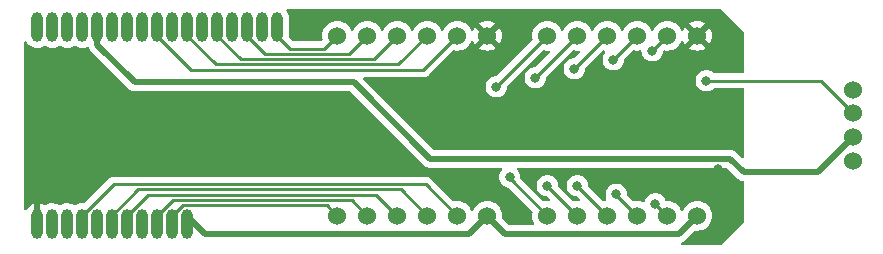
<source format=gbr>
%TF.GenerationSoftware,KiCad,Pcbnew,8.0.3*%
%TF.CreationDate,2024-07-01T08:25:33+09:00*%
%TF.ProjectId,Unit-HDPL-1414,556e6974-2d48-4445-904c-2d313431342e,rev?*%
%TF.SameCoordinates,Original*%
%TF.FileFunction,Copper,L1,Top*%
%TF.FilePolarity,Positive*%
%FSLAX46Y46*%
G04 Gerber Fmt 4.6, Leading zero omitted, Abs format (unit mm)*
G04 Created by KiCad (PCBNEW 8.0.3) date 2024-07-01 08:25:33*
%MOMM*%
%LPD*%
G01*
G04 APERTURE LIST*
G04 Aperture macros list*
%AMRoundRect*
0 Rectangle with rounded corners*
0 $1 Rounding radius*
0 $2 $3 $4 $5 $6 $7 $8 $9 X,Y pos of 4 corners*
0 Add a 4 corners polygon primitive as box body*
4,1,4,$2,$3,$4,$5,$6,$7,$8,$9,$2,$3,0*
0 Add four circle primitives for the rounded corners*
1,1,$1+$1,$2,$3*
1,1,$1+$1,$4,$5*
1,1,$1+$1,$6,$7*
1,1,$1+$1,$8,$9*
0 Add four rect primitives between the rounded corners*
20,1,$1+$1,$2,$3,$4,$5,0*
20,1,$1+$1,$4,$5,$6,$7,0*
20,1,$1+$1,$6,$7,$8,$9,0*
20,1,$1+$1,$8,$9,$2,$3,0*%
G04 Aperture macros list end*
%TA.AperFunction,ComponentPad*%
%ADD10RoundRect,0.500000X-0.008000X0.750000X-0.008000X-0.750000X0.008000X-0.750000X0.008000X0.750000X0*%
%TD*%
%TA.AperFunction,ComponentPad*%
%ADD11RoundRect,0.500000X0.008000X-0.750000X0.008000X0.750000X-0.008000X0.750000X-0.008000X-0.750000X0*%
%TD*%
%TA.AperFunction,ComponentPad*%
%ADD12C,1.524000*%
%TD*%
%TA.AperFunction,ViaPad*%
%ADD13C,0.800000*%
%TD*%
%TA.AperFunction,Conductor*%
%ADD14C,0.500000*%
%TD*%
%TA.AperFunction,Conductor*%
%ADD15C,0.550000*%
%TD*%
%TA.AperFunction,Conductor*%
%ADD16C,0.250000*%
%TD*%
G04 APERTURE END LIST*
D10*
%TO.P,U1,1,G1*%
%TO.N,Net-(U1-G1)*%
X91440000Y-80580000D03*
%TO.P,U1,2,G2*%
%TO.N,unconnected-(U1-G2-Pad2)*%
X90170000Y-80580000D03*
%TO.P,U1,3,G3*%
%TO.N,Net-(U1-G3)*%
X88900000Y-80580000D03*
%TO.P,U1,4,G4*%
%TO.N,unconnected-(U1-G4-Pad4)*%
X87630000Y-80580000D03*
%TO.P,U1,5,G5*%
%TO.N,Net-(U1-G5)*%
X86360000Y-80580000D03*
%TO.P,U1,6,G6*%
%TO.N,unconnected-(U1-G6-Pad6)*%
X85090000Y-80580000D03*
%TO.P,U1,7,G7*%
%TO.N,Net-(U1-G7)*%
X83820000Y-80580000D03*
%TO.P,U1,8,G8*%
%TO.N,unconnected-(U1-G8-Pad8)*%
X82550000Y-80580000D03*
%TO.P,U1,9,G9*%
%TO.N,Net-(U1-G9)*%
X81280000Y-80580000D03*
%TO.P,U1,10,G10*%
%TO.N,unconnected-(U1-G10-Pad10)*%
X80010000Y-80580000D03*
%TO.P,U1,11,GND*%
%TO.N,unconnected-(U1-GND-Pad11)*%
X78740000Y-80580000D03*
%TO.P,U1,12,G11*%
%TO.N,unconnected-(U1-G11-Pad12)*%
X77470000Y-80580000D03*
%TO.P,U1,13,5V*%
%TO.N,+5V*%
X76200000Y-80580000D03*
%TO.P,U1,14,G12*%
%TO.N,unconnected-(U1-G12-Pad14)*%
X74930000Y-80580000D03*
%TO.P,U1,15,G13/SDA*%
%TO.N,Net-(J1-Pin_3)*%
X73660000Y-80580000D03*
%TO.P,U1,16,G14*%
%TO.N,unconnected-(U1-G14-Pad16)*%
X72390000Y-80580000D03*
%TO.P,U1,17,G15/SCL*%
%TO.N,Net-(J1-Pin_4)*%
X71120000Y-80580000D03*
D11*
%TO.P,U1,18,GND*%
%TO.N,GND*%
X71120000Y-97220000D03*
%TO.P,U1,19,G39*%
%TO.N,unconnected-(U1-G39-Pad19)*%
X72390000Y-97220000D03*
%TO.P,U1,20,G0*%
%TO.N,unconnected-(U1-G0-Pad20)*%
X73660000Y-97220000D03*
%TO.P,U1,21,G40*%
%TO.N,Net-(U1-G40)*%
X74930000Y-97220000D03*
%TO.P,U1,22,EN*%
%TO.N,unconnected-(U1-EN-Pad22)*%
X76200000Y-97220000D03*
%TO.P,U1,23,G41*%
%TO.N,Net-(U1-G41)*%
X77470000Y-97220000D03*
%TO.P,U1,24,G44*%
%TO.N,Net-(U1-G44)*%
X78740000Y-97220000D03*
%TO.P,U1,25,G42*%
%TO.N,Net-(U1-G42)*%
X80010000Y-97220000D03*
%TO.P,U1,26,G43*%
%TO.N,Net-(U1-G43)*%
X81280000Y-97220000D03*
%TO.P,U1,27,G46*%
%TO.N,Net-(U1-G46)*%
X82550000Y-97220000D03*
%TO.P,U1,28,3V3*%
%TO.N,+3.3V*%
X83820000Y-97220000D03*
%TD*%
D12*
%TO.P,J1,1,Pin_1*%
%TO.N,GND*%
X140208000Y-91852000D03*
%TO.P,J1,2,Pin_2*%
%TO.N,+5V*%
X140208000Y-89852000D03*
%TO.P,J1,3,Pin_3*%
%TO.N,Net-(J1-Pin_3)*%
X140208000Y-87852000D03*
%TO.P,J1,4,Pin_4*%
%TO.N,Net-(J1-Pin_4)*%
X140208000Y-85852000D03*
%TD*%
%TO.P,U2,1,D5*%
%TO.N,Net-(U1-G46)*%
X96520000Y-96520000D03*
%TO.P,U2,2,D4*%
%TO.N,Net-(U1-G43)*%
X99060000Y-96520000D03*
%TO.P,U2,3,WR*%
%TO.N,Net-(U1-G44)*%
X101600000Y-96520000D03*
%TO.P,U2,4,A1*%
%TO.N,Net-(U1-G41)*%
X104140000Y-96520000D03*
%TO.P,U2,5,A0*%
%TO.N,Net-(U1-G40)*%
X106680000Y-96520000D03*
%TO.P,U2,6,VDD*%
%TO.N,+3.3V*%
X109220000Y-96520000D03*
%TO.P,U2,7,GND*%
%TO.N,GND*%
X109220000Y-81280000D03*
%TO.P,U2,8,D0*%
%TO.N,Net-(U1-G9)*%
X106680000Y-81280000D03*
%TO.P,U2,9,D1*%
%TO.N,Net-(U1-G7)*%
X104140000Y-81280000D03*
%TO.P,U2,10,D2*%
%TO.N,Net-(U1-G5)*%
X101600000Y-81280000D03*
%TO.P,U2,11,D3*%
%TO.N,Net-(U1-G3)*%
X99060000Y-81280000D03*
%TO.P,U2,12,D6*%
%TO.N,Net-(U1-G1)*%
X96520000Y-81280000D03*
%TD*%
%TO.P,U3,1,D5*%
%TO.N,Net-(U1-G46)*%
X114300000Y-96520000D03*
%TO.P,U3,2,D4*%
%TO.N,Net-(U1-G43)*%
X116840000Y-96520000D03*
%TO.P,U3,3,WR*%
%TO.N,Net-(U1-G42)*%
X119380000Y-96520000D03*
%TO.P,U3,4,A1*%
%TO.N,Net-(U1-G41)*%
X121920000Y-96520000D03*
%TO.P,U3,5,A0*%
%TO.N,Net-(U1-G40)*%
X124460000Y-96520000D03*
%TO.P,U3,6,VDD*%
%TO.N,+3.3V*%
X127000000Y-96520000D03*
%TO.P,U3,7,GND*%
%TO.N,GND*%
X127000000Y-81280000D03*
%TO.P,U3,8,D0*%
%TO.N,Net-(U1-G9)*%
X124460000Y-81280000D03*
%TO.P,U3,9,D1*%
%TO.N,Net-(U1-G7)*%
X121920000Y-81280000D03*
%TO.P,U3,10,D2*%
%TO.N,Net-(U1-G5)*%
X119380000Y-81280000D03*
%TO.P,U3,11,D3*%
%TO.N,Net-(U1-G3)*%
X116840000Y-81280000D03*
%TO.P,U3,12,D6*%
%TO.N,Net-(U1-G1)*%
X114300000Y-81280000D03*
%TD*%
D13*
%TO.N,Net-(J1-Pin_3)*%
X127762000Y-85090000D03*
%TO.N,GND*%
X83820000Y-88900000D03*
X88900000Y-88900000D03*
X78740000Y-88900000D03*
X93980000Y-80010000D03*
X99060000Y-88900000D03*
X129540000Y-88900000D03*
X114300000Y-88900000D03*
X73660000Y-88900000D03*
X109220000Y-88900000D03*
X129540000Y-82550000D03*
X76200000Y-91440000D03*
X102870000Y-80010000D03*
X93980000Y-88900000D03*
X124460000Y-88900000D03*
X111760000Y-80010000D03*
X128787797Y-92592797D03*
X119380000Y-88900000D03*
X81280000Y-91440000D03*
X128270000Y-80010000D03*
X104140000Y-88900000D03*
X120650000Y-80010000D03*
%TO.N,Net-(U1-G9)*%
X123190000Y-82550000D03*
%TO.N,Net-(U1-G41)*%
X120142000Y-94708000D03*
%TO.N,Net-(U1-G3)*%
X113284000Y-84836000D03*
%TO.N,Net-(U1-G1)*%
X109982000Y-85598000D03*
%TO.N,Net-(U1-G5)*%
X116586000Y-84074000D03*
%TO.N,Net-(U1-G46)*%
X111125000Y-93255000D03*
%TO.N,Net-(U1-G42)*%
X116840000Y-93980000D03*
%TO.N,Net-(U1-G43)*%
X114300000Y-93980000D03*
%TO.N,Net-(U1-G40)*%
X123444000Y-95504000D03*
%TO.N,Net-(U1-G7)*%
X119888000Y-83312000D03*
%TD*%
D14*
%TO.N,+5V*%
X76200000Y-82042000D02*
X79375000Y-85217000D01*
X104394000Y-91694000D02*
X97917000Y-85217000D01*
D15*
X80137000Y-85217000D02*
X97917000Y-85217000D01*
D14*
X79375000Y-85217000D02*
X80137000Y-85217000D01*
D16*
X76200000Y-79827000D02*
X76200000Y-81280000D01*
D14*
X140208000Y-89852000D02*
X137223000Y-92837000D01*
X76200000Y-81280000D02*
X76200000Y-82042000D01*
X129794000Y-91694000D02*
X104394000Y-91694000D01*
X137223000Y-92837000D02*
X130937000Y-92837000D01*
X130937000Y-92837000D02*
X129794000Y-91694000D01*
D16*
%TO.N,Net-(J1-Pin_3)*%
X127762000Y-85090000D02*
X137446000Y-85090000D01*
X137446000Y-85090000D02*
X140208000Y-87852000D01*
%TO.N,Net-(U1-G9)*%
X103793000Y-84167000D02*
X84167000Y-84167000D01*
X106680000Y-81280000D02*
X103793000Y-84167000D01*
X84167000Y-84167000D02*
X81280000Y-81280000D01*
X124460000Y-81280000D02*
X123190000Y-82550000D01*
%TO.N,Net-(U1-G41)*%
X120142000Y-94708000D02*
X120142000Y-94742000D01*
X121920000Y-96520000D02*
X120142000Y-94742000D01*
X79695000Y-94295000D02*
X77470000Y-96520000D01*
X101915000Y-94295000D02*
X79695000Y-94295000D01*
X104140000Y-96520000D02*
X101915000Y-94295000D01*
%TO.N,Net-(U1-G3)*%
X99060000Y-81280000D02*
X97523000Y-82817000D01*
X97523000Y-82817000D02*
X90437000Y-82817000D01*
X90437000Y-82817000D02*
X88900000Y-81280000D01*
X116840000Y-81280000D02*
X113284000Y-84836000D01*
%TO.N,Net-(U1-G1)*%
X92527000Y-82367000D02*
X91440000Y-81280000D01*
X96520000Y-81280000D02*
X95433000Y-82367000D01*
X114300000Y-81280000D02*
X109982000Y-85598000D01*
X95433000Y-82367000D02*
X92527000Y-82367000D01*
%TO.N,Net-(U1-G5)*%
X119380000Y-81280000D02*
X116967000Y-83693000D01*
X116967000Y-83693000D02*
X116586000Y-84074000D01*
X101600000Y-81280000D02*
X99613000Y-83267000D01*
X99613000Y-83267000D02*
X88347000Y-83267000D01*
X88347000Y-83267000D02*
X86360000Y-81280000D01*
%TO.N,Net-(U1-G46)*%
X111125000Y-93345000D02*
X111125000Y-93255000D01*
X95645000Y-95645000D02*
X83425000Y-95645000D01*
X114300000Y-96520000D02*
X111125000Y-93345000D01*
X83425000Y-95645000D02*
X82550000Y-96520000D01*
X96520000Y-96520000D02*
X95645000Y-95645000D01*
%TO.N,Net-(U1-G42)*%
X80010000Y-96520000D02*
X80010000Y-97881998D01*
X119380000Y-96520000D02*
X116840000Y-93980000D01*
%TO.N,Net-(U1-G43)*%
X116840000Y-96520000D02*
X114300000Y-93980000D01*
X97735000Y-95195000D02*
X82605000Y-95195000D01*
X82605000Y-95195000D02*
X81280000Y-96520000D01*
X99060000Y-96520000D02*
X97735000Y-95195000D01*
%TO.N,Net-(U1-G40)*%
X104005000Y-93845000D02*
X77605000Y-93845000D01*
X124460000Y-96520000D02*
X123444000Y-95504000D01*
X106680000Y-96520000D02*
X104005000Y-93845000D01*
X77605000Y-93845000D02*
X74930000Y-96520000D01*
%TO.N,Net-(U1-G44)*%
X101600000Y-96520000D02*
X99825000Y-94745000D01*
X80515000Y-94745000D02*
X78740000Y-96520000D01*
X99825000Y-94745000D02*
X80515000Y-94745000D01*
%TO.N,Net-(U1-G7)*%
X101703000Y-83717000D02*
X86257000Y-83717000D01*
X104140000Y-81280000D02*
X101703000Y-83717000D01*
X121920000Y-81280000D02*
X119888000Y-83312000D01*
X86257000Y-83717000D02*
X83820000Y-81280000D01*
D14*
%TO.N,+3.3V*%
X85344000Y-98044000D02*
X107696000Y-98044000D01*
X109220000Y-96520000D02*
X110744000Y-98044000D01*
X110744000Y-98044000D02*
X125476000Y-98044000D01*
X125476000Y-98044000D02*
X127000000Y-96520000D01*
X107696000Y-98044000D02*
X109220000Y-96520000D01*
X83820000Y-96520000D02*
X85344000Y-98044000D01*
%TD*%
%TA.AperFunction,Conductor*%
%TO.N,GND*%
G36*
X129498809Y-92464185D02*
G01*
X129519451Y-92480819D01*
X129949551Y-92910918D01*
X130354049Y-93315416D01*
X130435780Y-93397147D01*
X130458585Y-93419952D01*
X130581498Y-93502080D01*
X130581511Y-93502087D01*
X130718082Y-93558656D01*
X130718087Y-93558658D01*
X130718091Y-93558658D01*
X130718092Y-93558659D01*
X130863079Y-93587500D01*
X130876000Y-93587500D01*
X130943039Y-93607185D01*
X130988794Y-93659989D01*
X131000000Y-93711500D01*
X131000000Y-96948638D01*
X130980315Y-97015677D01*
X130963681Y-97036319D01*
X129036319Y-98963681D01*
X128974996Y-98997166D01*
X128948638Y-99000000D01*
X125752551Y-99000000D01*
X125685512Y-98980315D01*
X125639757Y-98927511D01*
X125629813Y-98858353D01*
X125658838Y-98794797D01*
X125705099Y-98761439D01*
X125831490Y-98709086D01*
X125831489Y-98709086D01*
X125831495Y-98709084D01*
X125880729Y-98676186D01*
X125954416Y-98626952D01*
X126769728Y-97811638D01*
X126831049Y-97778155D01*
X126868211Y-97775793D01*
X126978802Y-97785468D01*
X126999999Y-97787323D01*
X127000000Y-97787323D01*
X127000002Y-97787323D01*
X127055017Y-97782509D01*
X127220068Y-97768070D01*
X127433450Y-97710894D01*
X127633662Y-97617534D01*
X127814620Y-97490826D01*
X127970826Y-97334620D01*
X128097534Y-97153662D01*
X128190894Y-96953450D01*
X128248070Y-96740068D01*
X128267323Y-96520000D01*
X128248070Y-96299932D01*
X128190894Y-96086550D01*
X128097534Y-95886339D01*
X127970826Y-95705380D01*
X127814620Y-95549174D01*
X127814616Y-95549171D01*
X127814615Y-95549170D01*
X127633666Y-95422468D01*
X127633662Y-95422466D01*
X127624824Y-95418345D01*
X127433450Y-95329106D01*
X127433447Y-95329105D01*
X127433445Y-95329104D01*
X127220070Y-95271930D01*
X127220062Y-95271929D01*
X127000002Y-95252677D01*
X126999998Y-95252677D01*
X126779937Y-95271929D01*
X126779929Y-95271930D01*
X126566554Y-95329104D01*
X126566548Y-95329107D01*
X126366340Y-95422465D01*
X126366338Y-95422466D01*
X126185377Y-95549175D01*
X126029175Y-95705377D01*
X125902466Y-95886338D01*
X125902465Y-95886340D01*
X125842382Y-96015189D01*
X125796209Y-96067628D01*
X125729016Y-96086780D01*
X125662135Y-96066564D01*
X125617618Y-96015189D01*
X125571770Y-95916868D01*
X125557534Y-95886339D01*
X125430826Y-95705380D01*
X125274620Y-95549174D01*
X125274616Y-95549171D01*
X125274615Y-95549170D01*
X125093666Y-95422468D01*
X125093662Y-95422466D01*
X125084824Y-95418345D01*
X124893450Y-95329106D01*
X124893447Y-95329105D01*
X124893445Y-95329104D01*
X124680070Y-95271930D01*
X124680062Y-95271929D01*
X124460002Y-95252677D01*
X124459997Y-95252677D01*
X124411607Y-95256910D01*
X124343107Y-95243143D01*
X124292925Y-95194527D01*
X124282873Y-95171708D01*
X124271179Y-95135716D01*
X124271178Y-95135714D01*
X124271177Y-95135711D01*
X124176534Y-94971785D01*
X124049870Y-94831111D01*
X123896734Y-94719851D01*
X123896729Y-94719848D01*
X123723807Y-94642857D01*
X123723802Y-94642855D01*
X123578001Y-94611865D01*
X123538646Y-94603500D01*
X123349354Y-94603500D01*
X123316897Y-94610398D01*
X123164197Y-94642855D01*
X123164192Y-94642857D01*
X122991270Y-94719848D01*
X122991265Y-94719851D01*
X122838129Y-94831111D01*
X122711466Y-94971785D01*
X122616821Y-95135715D01*
X122616818Y-95135722D01*
X122570909Y-95277016D01*
X122531471Y-95334692D01*
X122467113Y-95361890D01*
X122400573Y-95351080D01*
X122353450Y-95329106D01*
X122353447Y-95329105D01*
X122353445Y-95329104D01*
X122140070Y-95271930D01*
X122140062Y-95271929D01*
X121920002Y-95252677D01*
X121919998Y-95252677D01*
X121773360Y-95265506D01*
X121699932Y-95271930D01*
X121699930Y-95271930D01*
X121699926Y-95271931D01*
X121655977Y-95283707D01*
X121586127Y-95282044D01*
X121536204Y-95251613D01*
X121083779Y-94799188D01*
X121050294Y-94737865D01*
X121047460Y-94711507D01*
X121047460Y-94708002D01*
X121044746Y-94682181D01*
X121027674Y-94519744D01*
X120969179Y-94339716D01*
X120874533Y-94175784D01*
X120747871Y-94035112D01*
X120747870Y-94035111D01*
X120594734Y-93923851D01*
X120594729Y-93923848D01*
X120421807Y-93846857D01*
X120421802Y-93846855D01*
X120276001Y-93815865D01*
X120236646Y-93807500D01*
X120047354Y-93807500D01*
X120014897Y-93814398D01*
X119862197Y-93846855D01*
X119862192Y-93846857D01*
X119689270Y-93923848D01*
X119689265Y-93923851D01*
X119536129Y-94035111D01*
X119409466Y-94175785D01*
X119314821Y-94339715D01*
X119314818Y-94339722D01*
X119258772Y-94512216D01*
X119256326Y-94519744D01*
X119236540Y-94708000D01*
X119256326Y-94896256D01*
X119256327Y-94896259D01*
X119314818Y-95076277D01*
X119314820Y-95076282D01*
X119314821Y-95076284D01*
X119317579Y-95081061D01*
X119334050Y-95148961D01*
X119311198Y-95214987D01*
X119256276Y-95258177D01*
X119220999Y-95266587D01*
X119159932Y-95271930D01*
X119159926Y-95271931D01*
X119115977Y-95283707D01*
X119046127Y-95282044D01*
X118996204Y-95251613D01*
X117778960Y-94034369D01*
X117745475Y-93973046D01*
X117743323Y-93959668D01*
X117725674Y-93791744D01*
X117667179Y-93611716D01*
X117572533Y-93447784D01*
X117445871Y-93307112D01*
X117423267Y-93290689D01*
X117292734Y-93195851D01*
X117292729Y-93195848D01*
X117119807Y-93118857D01*
X117119802Y-93118855D01*
X116974001Y-93087865D01*
X116934646Y-93079500D01*
X116745354Y-93079500D01*
X116712897Y-93086398D01*
X116560197Y-93118855D01*
X116560192Y-93118857D01*
X116387270Y-93195848D01*
X116387265Y-93195851D01*
X116234129Y-93307111D01*
X116107466Y-93447785D01*
X116012821Y-93611715D01*
X116012818Y-93611722D01*
X115955798Y-93787214D01*
X115954326Y-93791744D01*
X115934540Y-93980000D01*
X115954326Y-94168256D01*
X115954327Y-94168259D01*
X116012818Y-94348277D01*
X116012821Y-94348284D01*
X116107467Y-94512216D01*
X116142538Y-94551166D01*
X116234129Y-94652888D01*
X116387265Y-94764148D01*
X116387270Y-94764151D01*
X116560192Y-94841142D01*
X116560197Y-94841144D01*
X116745354Y-94880500D01*
X116804548Y-94880500D01*
X116871587Y-94900185D01*
X116892229Y-94916819D01*
X117024393Y-95048983D01*
X117057878Y-95110306D01*
X117052894Y-95179998D01*
X117011022Y-95235931D01*
X116945558Y-95260348D01*
X116925905Y-95260192D01*
X116840002Y-95252677D01*
X116839998Y-95252677D01*
X116693360Y-95265506D01*
X116619932Y-95271930D01*
X116619930Y-95271930D01*
X116619926Y-95271931D01*
X116575977Y-95283707D01*
X116506127Y-95282044D01*
X116456204Y-95251613D01*
X115238960Y-94034369D01*
X115205475Y-93973046D01*
X115203323Y-93959668D01*
X115185674Y-93791744D01*
X115127179Y-93611716D01*
X115032533Y-93447784D01*
X114905871Y-93307112D01*
X114883267Y-93290689D01*
X114752734Y-93195851D01*
X114752729Y-93195848D01*
X114579807Y-93118857D01*
X114579802Y-93118855D01*
X114434001Y-93087865D01*
X114394646Y-93079500D01*
X114205354Y-93079500D01*
X114172897Y-93086398D01*
X114020197Y-93118855D01*
X114020192Y-93118857D01*
X113847270Y-93195848D01*
X113847265Y-93195851D01*
X113694129Y-93307111D01*
X113567466Y-93447785D01*
X113472821Y-93611715D01*
X113472818Y-93611722D01*
X113415798Y-93787214D01*
X113414326Y-93791744D01*
X113394540Y-93980000D01*
X113414326Y-94168256D01*
X113414327Y-94168259D01*
X113472818Y-94348277D01*
X113472821Y-94348284D01*
X113567467Y-94512216D01*
X113602538Y-94551166D01*
X113694129Y-94652888D01*
X113847265Y-94764148D01*
X113847270Y-94764151D01*
X114020192Y-94841142D01*
X114020197Y-94841144D01*
X114205354Y-94880500D01*
X114264548Y-94880500D01*
X114331587Y-94900185D01*
X114352229Y-94916819D01*
X114484393Y-95048983D01*
X114517878Y-95110306D01*
X114512894Y-95179998D01*
X114471022Y-95235931D01*
X114405558Y-95260348D01*
X114385905Y-95260192D01*
X114300002Y-95252677D01*
X114299998Y-95252677D01*
X114153360Y-95265506D01*
X114079932Y-95271930D01*
X114079930Y-95271930D01*
X114079926Y-95271931D01*
X114035976Y-95283707D01*
X113966126Y-95282043D01*
X113916203Y-95251613D01*
X112061737Y-93397147D01*
X112028252Y-93335824D01*
X112026097Y-93296507D01*
X112030460Y-93255000D01*
X112010674Y-93066744D01*
X111952179Y-92886716D01*
X111857533Y-92722784D01*
X111793322Y-92651471D01*
X111763093Y-92588481D01*
X111771718Y-92519146D01*
X111816459Y-92465480D01*
X111883112Y-92444522D01*
X111885473Y-92444500D01*
X129431770Y-92444500D01*
X129498809Y-92464185D01*
G37*
%TD.AperFunction*%
%TA.AperFunction,Conductor*%
G36*
X71370000Y-97346000D02*
G01*
X71350315Y-97413039D01*
X71297511Y-97458794D01*
X71246000Y-97470000D01*
X70994000Y-97470000D01*
X70926961Y-97450315D01*
X70881206Y-97397511D01*
X70870000Y-97346000D01*
X70870000Y-96808816D01*
X70886060Y-96824876D01*
X70972939Y-96875036D01*
X71069840Y-96901000D01*
X71170160Y-96901000D01*
X71267061Y-96875036D01*
X71353940Y-96824876D01*
X71370000Y-96808816D01*
X71370000Y-97346000D01*
G37*
%TD.AperFunction*%
%TA.AperFunction,Conductor*%
G36*
X70205203Y-81773604D02*
G01*
X70233907Y-81809903D01*
X70263897Y-81867317D01*
X70272302Y-81883407D01*
X70400890Y-82041109D01*
X70466511Y-82094615D01*
X70558593Y-82169698D01*
X70738951Y-82263909D01*
X70934582Y-82319886D01*
X71053963Y-82330500D01*
X71186036Y-82330499D01*
X71305418Y-82319886D01*
X71501049Y-82263909D01*
X71681407Y-82169698D01*
X71681411Y-82169694D01*
X71686661Y-82166236D01*
X71688303Y-82168728D01*
X71740765Y-82146508D01*
X71809621Y-82158366D01*
X71822900Y-82166900D01*
X71823339Y-82166236D01*
X71828590Y-82169696D01*
X71828591Y-82169696D01*
X71828593Y-82169698D01*
X72008951Y-82263909D01*
X72204582Y-82319886D01*
X72323963Y-82330500D01*
X72456036Y-82330499D01*
X72575418Y-82319886D01*
X72771049Y-82263909D01*
X72951407Y-82169698D01*
X72951411Y-82169694D01*
X72956661Y-82166236D01*
X72958303Y-82168728D01*
X73010765Y-82146508D01*
X73079621Y-82158366D01*
X73092900Y-82166900D01*
X73093339Y-82166236D01*
X73098590Y-82169696D01*
X73098591Y-82169696D01*
X73098593Y-82169698D01*
X73278951Y-82263909D01*
X73474582Y-82319886D01*
X73593963Y-82330500D01*
X73726036Y-82330499D01*
X73845418Y-82319886D01*
X74041049Y-82263909D01*
X74221407Y-82169698D01*
X74221411Y-82169694D01*
X74226661Y-82166236D01*
X74228303Y-82168728D01*
X74280765Y-82146508D01*
X74349621Y-82158366D01*
X74362900Y-82166900D01*
X74363339Y-82166236D01*
X74368590Y-82169696D01*
X74368591Y-82169696D01*
X74368593Y-82169698D01*
X74548951Y-82263909D01*
X74744582Y-82319886D01*
X74863963Y-82330500D01*
X74996036Y-82330499D01*
X75115418Y-82319886D01*
X75311049Y-82263909D01*
X75329490Y-82254275D01*
X75398020Y-82240684D01*
X75463024Y-82266300D01*
X75501462Y-82316731D01*
X75534915Y-82397494D01*
X75567812Y-82446727D01*
X75567813Y-82446730D01*
X75617046Y-82520414D01*
X75617052Y-82520421D01*
X78896584Y-85799952D01*
X78896586Y-85799954D01*
X78926058Y-85819645D01*
X78970270Y-85849186D01*
X79019505Y-85882084D01*
X79019506Y-85882084D01*
X79019507Y-85882085D01*
X79019509Y-85882086D01*
X79156082Y-85938656D01*
X79156087Y-85938658D01*
X79156091Y-85938658D01*
X79156092Y-85938659D01*
X79301079Y-85967500D01*
X79301082Y-85967500D01*
X79301083Y-85967500D01*
X79448917Y-85967500D01*
X79922725Y-85967500D01*
X79946915Y-85969882D01*
X80060618Y-85992499D01*
X80060619Y-85992500D01*
X80060620Y-85992500D01*
X97579770Y-85992500D01*
X97646809Y-86012185D01*
X97667451Y-86028819D01*
X103811049Y-92172416D01*
X103892682Y-92254049D01*
X103915585Y-92276952D01*
X104038498Y-92359080D01*
X104038511Y-92359087D01*
X104175082Y-92415656D01*
X104175087Y-92415658D01*
X104175091Y-92415658D01*
X104175092Y-92415659D01*
X104320079Y-92444500D01*
X104320082Y-92444500D01*
X110364527Y-92444500D01*
X110431566Y-92464185D01*
X110477321Y-92516989D01*
X110487265Y-92586147D01*
X110458240Y-92649703D01*
X110456677Y-92651472D01*
X110392466Y-92722785D01*
X110297821Y-92886715D01*
X110297818Y-92886722D01*
X110242845Y-93055913D01*
X110239326Y-93066744D01*
X110219540Y-93255000D01*
X110239326Y-93443256D01*
X110239327Y-93443259D01*
X110297818Y-93623277D01*
X110297821Y-93623284D01*
X110392467Y-93787216D01*
X110515491Y-93923848D01*
X110519129Y-93927888D01*
X110672265Y-94039148D01*
X110672270Y-94039151D01*
X110845192Y-94116142D01*
X110845193Y-94116142D01*
X110845197Y-94116144D01*
X111020530Y-94153412D01*
X111082011Y-94186603D01*
X111082430Y-94187020D01*
X113031613Y-96136203D01*
X113065098Y-96197526D01*
X113063707Y-96255976D01*
X113051931Y-96299926D01*
X113051930Y-96299933D01*
X113032677Y-96519997D01*
X113032677Y-96520002D01*
X113051929Y-96740062D01*
X113051930Y-96740070D01*
X113109104Y-96953445D01*
X113109105Y-96953447D01*
X113109106Y-96953450D01*
X113185415Y-97117095D01*
X113195907Y-97186173D01*
X113167387Y-97249957D01*
X113108911Y-97288196D01*
X113073033Y-97293500D01*
X111106229Y-97293500D01*
X111039190Y-97273815D01*
X111018548Y-97257181D01*
X110511640Y-96750272D01*
X110478155Y-96688949D01*
X110475793Y-96651786D01*
X110487323Y-96520000D01*
X110468070Y-96299932D01*
X110410894Y-96086550D01*
X110317534Y-95886339D01*
X110190826Y-95705380D01*
X110034620Y-95549174D01*
X110034616Y-95549171D01*
X110034615Y-95549170D01*
X109853666Y-95422468D01*
X109853662Y-95422466D01*
X109844824Y-95418345D01*
X109653450Y-95329106D01*
X109653447Y-95329105D01*
X109653445Y-95329104D01*
X109440070Y-95271930D01*
X109440062Y-95271929D01*
X109220002Y-95252677D01*
X109219998Y-95252677D01*
X108999937Y-95271929D01*
X108999929Y-95271930D01*
X108786554Y-95329104D01*
X108786548Y-95329107D01*
X108586340Y-95422465D01*
X108586338Y-95422466D01*
X108405377Y-95549175D01*
X108249175Y-95705377D01*
X108122466Y-95886338D01*
X108122465Y-95886340D01*
X108062382Y-96015189D01*
X108016209Y-96067628D01*
X107949016Y-96086780D01*
X107882135Y-96066564D01*
X107837618Y-96015189D01*
X107791770Y-95916868D01*
X107777534Y-95886339D01*
X107650826Y-95705380D01*
X107494620Y-95549174D01*
X107494616Y-95549171D01*
X107494615Y-95549170D01*
X107313666Y-95422468D01*
X107313662Y-95422466D01*
X107304824Y-95418345D01*
X107113450Y-95329106D01*
X107113447Y-95329105D01*
X107113445Y-95329104D01*
X106900070Y-95271930D01*
X106900062Y-95271929D01*
X106680002Y-95252677D01*
X106679998Y-95252677D01*
X106533360Y-95265506D01*
X106459932Y-95271930D01*
X106459930Y-95271930D01*
X106459926Y-95271931D01*
X106415976Y-95283707D01*
X106346126Y-95282043D01*
X106296203Y-95251613D01*
X104495198Y-93450608D01*
X104495178Y-93450586D01*
X104403736Y-93359144D01*
X104403728Y-93359138D01*
X104325867Y-93307113D01*
X104325865Y-93307111D01*
X104325865Y-93307112D01*
X104301285Y-93290687D01*
X104258206Y-93272844D01*
X104215126Y-93255000D01*
X104215124Y-93254998D01*
X104187455Y-93243538D01*
X104187453Y-93243537D01*
X104187452Y-93243537D01*
X104127029Y-93231518D01*
X104066610Y-93219500D01*
X104066607Y-93219500D01*
X104066606Y-93219500D01*
X77666606Y-93219500D01*
X77543393Y-93219500D01*
X77543389Y-93219500D01*
X77482971Y-93231518D01*
X77439743Y-93240116D01*
X77422546Y-93243537D01*
X77308716Y-93290687D01*
X77308707Y-93290692D01*
X77206268Y-93359140D01*
X77168262Y-93397147D01*
X77119142Y-93446267D01*
X77119139Y-93446270D01*
X75128716Y-95436692D01*
X75067393Y-95470177D01*
X75030057Y-95472524D01*
X75003652Y-95470177D01*
X74996037Y-95469500D01*
X74996035Y-95469500D01*
X74863972Y-95469500D01*
X74863964Y-95469501D01*
X74744584Y-95480113D01*
X74548954Y-95536089D01*
X74368587Y-95630305D01*
X74363340Y-95633764D01*
X74361755Y-95631359D01*
X74308663Y-95653557D01*
X74239863Y-95641379D01*
X74227062Y-95633152D01*
X74226660Y-95633764D01*
X74221412Y-95630305D01*
X74221408Y-95630303D01*
X74221407Y-95630302D01*
X74041049Y-95536091D01*
X74041048Y-95536090D01*
X74041045Y-95536089D01*
X73923829Y-95502550D01*
X73845418Y-95480114D01*
X73845415Y-95480113D01*
X73845413Y-95480113D01*
X73779102Y-95474217D01*
X73726037Y-95469500D01*
X73726032Y-95469500D01*
X73593972Y-95469500D01*
X73593964Y-95469501D01*
X73474584Y-95480113D01*
X73278954Y-95536089D01*
X73098587Y-95630305D01*
X73093340Y-95633764D01*
X73091755Y-95631359D01*
X73038663Y-95653557D01*
X72969863Y-95641379D01*
X72957062Y-95633152D01*
X72956660Y-95633764D01*
X72951412Y-95630305D01*
X72951408Y-95630303D01*
X72951407Y-95630302D01*
X72771049Y-95536091D01*
X72771048Y-95536090D01*
X72771045Y-95536089D01*
X72653829Y-95502550D01*
X72575418Y-95480114D01*
X72575415Y-95480113D01*
X72575413Y-95480113D01*
X72509102Y-95474217D01*
X72456037Y-95469500D01*
X72456032Y-95469500D01*
X72323972Y-95469500D01*
X72323964Y-95469501D01*
X72204584Y-95480113D01*
X72008954Y-95536089D01*
X71828587Y-95630305D01*
X71823345Y-95633761D01*
X71821825Y-95631455D01*
X71768427Y-95653863D01*
X71699611Y-95641775D01*
X71686370Y-95634175D01*
X71681134Y-95630724D01*
X71500860Y-95536557D01*
X71370000Y-95499113D01*
X71370000Y-96231184D01*
X71353940Y-96215124D01*
X71267061Y-96164964D01*
X71170160Y-96139000D01*
X71069840Y-96139000D01*
X70972939Y-96164964D01*
X70886060Y-96215124D01*
X70870000Y-96231184D01*
X70870000Y-95499113D01*
X70739137Y-95536557D01*
X70558870Y-95630721D01*
X70401246Y-95759246D01*
X70272722Y-95916868D01*
X70233909Y-95991173D01*
X70185422Y-96041480D01*
X70117434Y-96057587D01*
X70051531Y-96034380D01*
X70008636Y-95979228D01*
X70000000Y-95933761D01*
X70000000Y-81867317D01*
X70019685Y-81800278D01*
X70072489Y-81754523D01*
X70141647Y-81744579D01*
X70205203Y-81773604D01*
G37*
%TD.AperFunction*%
%TA.AperFunction,Conductor*%
G36*
X129015677Y-79019685D02*
G01*
X129036319Y-79036319D01*
X130963681Y-80963681D01*
X130997166Y-81025004D01*
X131000000Y-81051362D01*
X131000000Y-84340500D01*
X130980315Y-84407539D01*
X130927511Y-84453294D01*
X130876000Y-84464500D01*
X128465748Y-84464500D01*
X128398709Y-84444815D01*
X128373600Y-84423474D01*
X128367873Y-84417114D01*
X128367869Y-84417110D01*
X128214734Y-84305851D01*
X128214729Y-84305848D01*
X128041807Y-84228857D01*
X128041802Y-84228855D01*
X127896001Y-84197865D01*
X127856646Y-84189500D01*
X127667354Y-84189500D01*
X127634897Y-84196398D01*
X127482197Y-84228855D01*
X127482192Y-84228857D01*
X127309270Y-84305848D01*
X127309265Y-84305851D01*
X127156129Y-84417111D01*
X127029466Y-84557785D01*
X126934821Y-84721715D01*
X126934818Y-84721722D01*
X126876327Y-84901740D01*
X126876326Y-84901744D01*
X126856540Y-85090000D01*
X126876326Y-85278256D01*
X126876327Y-85278259D01*
X126934818Y-85458277D01*
X126934821Y-85458284D01*
X127029467Y-85622216D01*
X127131185Y-85735185D01*
X127156129Y-85762888D01*
X127309265Y-85874148D01*
X127309270Y-85874151D01*
X127482192Y-85951142D01*
X127482197Y-85951144D01*
X127667354Y-85990500D01*
X127667355Y-85990500D01*
X127856644Y-85990500D01*
X127856646Y-85990500D01*
X128041803Y-85951144D01*
X128214730Y-85874151D01*
X128367871Y-85762888D01*
X128370788Y-85759647D01*
X128373600Y-85756526D01*
X128433087Y-85719879D01*
X128465748Y-85715500D01*
X130876000Y-85715500D01*
X130943039Y-85735185D01*
X130988794Y-85787989D01*
X131000000Y-85839500D01*
X131000000Y-91539269D01*
X130980315Y-91606308D01*
X130927511Y-91652063D01*
X130858353Y-91662007D01*
X130794797Y-91632982D01*
X130788319Y-91626950D01*
X130272421Y-91111052D01*
X130272414Y-91111046D01*
X130198729Y-91061812D01*
X130198729Y-91061813D01*
X130149491Y-91028913D01*
X130012917Y-90972343D01*
X130012907Y-90972340D01*
X129867920Y-90943500D01*
X129867918Y-90943500D01*
X104756229Y-90943500D01*
X104689190Y-90923815D01*
X104668548Y-90907181D01*
X99359368Y-85598000D01*
X109076540Y-85598000D01*
X109096326Y-85786256D01*
X109096327Y-85786259D01*
X109154818Y-85966277D01*
X109154821Y-85966284D01*
X109249467Y-86130216D01*
X109376129Y-86270888D01*
X109529265Y-86382148D01*
X109529270Y-86382151D01*
X109702192Y-86459142D01*
X109702197Y-86459144D01*
X109887354Y-86498500D01*
X109887355Y-86498500D01*
X110076644Y-86498500D01*
X110076646Y-86498500D01*
X110261803Y-86459144D01*
X110434730Y-86382151D01*
X110587871Y-86270888D01*
X110714533Y-86130216D01*
X110809179Y-85966284D01*
X110867674Y-85786256D01*
X110885321Y-85618345D01*
X110911905Y-85553732D01*
X110920952Y-85543636D01*
X113916204Y-82548384D01*
X113977525Y-82514901D01*
X114035976Y-82516292D01*
X114079932Y-82528070D01*
X114214090Y-82539807D01*
X114299998Y-82547323D01*
X114300000Y-82547323D01*
X114300001Y-82547323D01*
X114310345Y-82546417D01*
X114385905Y-82539807D01*
X114454403Y-82553573D01*
X114504586Y-82602188D01*
X114520520Y-82670217D01*
X114497145Y-82736061D01*
X114484392Y-82751016D01*
X113336229Y-83899181D01*
X113274906Y-83932666D01*
X113248548Y-83935500D01*
X113189354Y-83935500D01*
X113156897Y-83942398D01*
X113004197Y-83974855D01*
X113004192Y-83974857D01*
X112831270Y-84051848D01*
X112831265Y-84051851D01*
X112678129Y-84163111D01*
X112551466Y-84303785D01*
X112456821Y-84467715D01*
X112456818Y-84467722D01*
X112424973Y-84565733D01*
X112398326Y-84647744D01*
X112378540Y-84836000D01*
X112398326Y-85024256D01*
X112398327Y-85024259D01*
X112456818Y-85204277D01*
X112456821Y-85204284D01*
X112551467Y-85368216D01*
X112632559Y-85458277D01*
X112678129Y-85508888D01*
X112831265Y-85620148D01*
X112831270Y-85620151D01*
X113004192Y-85697142D01*
X113004197Y-85697144D01*
X113189354Y-85736500D01*
X113189355Y-85736500D01*
X113378644Y-85736500D01*
X113378646Y-85736500D01*
X113563803Y-85697144D01*
X113736730Y-85620151D01*
X113889871Y-85508888D01*
X114016533Y-85368216D01*
X114111179Y-85204284D01*
X114169674Y-85024256D01*
X114187321Y-84856345D01*
X114213905Y-84791732D01*
X114222952Y-84781636D01*
X116456205Y-82548384D01*
X116517526Y-82514901D01*
X116575976Y-82516291D01*
X116619932Y-82528070D01*
X116754090Y-82539807D01*
X116839998Y-82547323D01*
X116840000Y-82547323D01*
X116840001Y-82547323D01*
X116850345Y-82546417D01*
X116925905Y-82539807D01*
X116994403Y-82553573D01*
X117044586Y-82602188D01*
X117060520Y-82670217D01*
X117037145Y-82736061D01*
X117024392Y-82751016D01*
X116638229Y-83137181D01*
X116576906Y-83170666D01*
X116550548Y-83173500D01*
X116491354Y-83173500D01*
X116458897Y-83180398D01*
X116306197Y-83212855D01*
X116306192Y-83212857D01*
X116133270Y-83289848D01*
X116133265Y-83289851D01*
X115980129Y-83401111D01*
X115853466Y-83541785D01*
X115758821Y-83705715D01*
X115758818Y-83705722D01*
X115713820Y-83844214D01*
X115700326Y-83885744D01*
X115680540Y-84074000D01*
X115700326Y-84262256D01*
X115700327Y-84262259D01*
X115758818Y-84442277D01*
X115758821Y-84442284D01*
X115853467Y-84606216D01*
X115971095Y-84736855D01*
X115980129Y-84746888D01*
X116133265Y-84858148D01*
X116133270Y-84858151D01*
X116306192Y-84935142D01*
X116306197Y-84935144D01*
X116491354Y-84974500D01*
X116491355Y-84974500D01*
X116680644Y-84974500D01*
X116680646Y-84974500D01*
X116865803Y-84935144D01*
X117038730Y-84858151D01*
X117191871Y-84746888D01*
X117318533Y-84606216D01*
X117413179Y-84442284D01*
X117471674Y-84262256D01*
X117489321Y-84094345D01*
X117515905Y-84029732D01*
X117524952Y-84019636D01*
X118996205Y-82548384D01*
X119057526Y-82514901D01*
X119115976Y-82516291D01*
X119143473Y-82523659D01*
X119203132Y-82560024D01*
X119233661Y-82622871D01*
X119225366Y-82692247D01*
X119203529Y-82726405D01*
X119155466Y-82779785D01*
X119060821Y-82943715D01*
X119060818Y-82943722D01*
X119002327Y-83123740D01*
X119002326Y-83123744D01*
X118982540Y-83312000D01*
X119002326Y-83500256D01*
X119002327Y-83500259D01*
X119060818Y-83680277D01*
X119060821Y-83680284D01*
X119155467Y-83844216D01*
X119204958Y-83899181D01*
X119282129Y-83984888D01*
X119435265Y-84096148D01*
X119435270Y-84096151D01*
X119608192Y-84173142D01*
X119608197Y-84173144D01*
X119793354Y-84212500D01*
X119793355Y-84212500D01*
X119982644Y-84212500D01*
X119982646Y-84212500D01*
X120167803Y-84173144D01*
X120340730Y-84096151D01*
X120493871Y-83984888D01*
X120620533Y-83844216D01*
X120715179Y-83680284D01*
X120773674Y-83500256D01*
X120791321Y-83332345D01*
X120817905Y-83267732D01*
X120826952Y-83257636D01*
X121536204Y-82548384D01*
X121597525Y-82514901D01*
X121655976Y-82516292D01*
X121699932Y-82528070D01*
X121834090Y-82539807D01*
X121919998Y-82547323D01*
X121920000Y-82547323D01*
X121920002Y-82547323D01*
X121975017Y-82542509D01*
X122140068Y-82528070D01*
X122140079Y-82528066D01*
X122145402Y-82527129D01*
X122145693Y-82528780D01*
X122207938Y-82530254D01*
X122265806Y-82569410D01*
X122293317Y-82633635D01*
X122293511Y-82635359D01*
X122304326Y-82738256D01*
X122304327Y-82738259D01*
X122362818Y-82918277D01*
X122362821Y-82918284D01*
X122457467Y-83082216D01*
X122506958Y-83137181D01*
X122584129Y-83222888D01*
X122737265Y-83334148D01*
X122737270Y-83334151D01*
X122910192Y-83411142D01*
X122910197Y-83411144D01*
X123095354Y-83450500D01*
X123095355Y-83450500D01*
X123284644Y-83450500D01*
X123284646Y-83450500D01*
X123469803Y-83411144D01*
X123642730Y-83334151D01*
X123795871Y-83222888D01*
X123922533Y-83082216D01*
X124017179Y-82918284D01*
X124075674Y-82738256D01*
X124086483Y-82635405D01*
X124113066Y-82570796D01*
X124170363Y-82530810D01*
X124234379Y-82528371D01*
X124234598Y-82527129D01*
X124239922Y-82528067D01*
X124239932Y-82528070D01*
X124374090Y-82539807D01*
X124459998Y-82547323D01*
X124460000Y-82547323D01*
X124460002Y-82547323D01*
X124515017Y-82542509D01*
X124680068Y-82528070D01*
X124893450Y-82470894D01*
X125093662Y-82377534D01*
X125274620Y-82250826D01*
X125430826Y-82094620D01*
X125557534Y-81913662D01*
X125617894Y-81784218D01*
X125664066Y-81731779D01*
X125731259Y-81712627D01*
X125798141Y-81732843D01*
X125842658Y-81784219D01*
X125902898Y-81913405D01*
X125902901Y-81913411D01*
X125948258Y-81978187D01*
X125948259Y-81978188D01*
X126619000Y-81307447D01*
X126619000Y-81330160D01*
X126644964Y-81427061D01*
X126695124Y-81513940D01*
X126766060Y-81584876D01*
X126852939Y-81635036D01*
X126949840Y-81661000D01*
X126972553Y-81661000D01*
X126301810Y-82331740D01*
X126366590Y-82377099D01*
X126366592Y-82377100D01*
X126566715Y-82470419D01*
X126566729Y-82470424D01*
X126780013Y-82527573D01*
X126780023Y-82527575D01*
X126999999Y-82546821D01*
X127000001Y-82546821D01*
X127219976Y-82527575D01*
X127219986Y-82527573D01*
X127433270Y-82470424D01*
X127433284Y-82470419D01*
X127633407Y-82377100D01*
X127633417Y-82377094D01*
X127698188Y-82331741D01*
X127027448Y-81661000D01*
X127050160Y-81661000D01*
X127147061Y-81635036D01*
X127233940Y-81584876D01*
X127304876Y-81513940D01*
X127355036Y-81427061D01*
X127381000Y-81330160D01*
X127381000Y-81307447D01*
X128051741Y-81978188D01*
X128097094Y-81913417D01*
X128097100Y-81913407D01*
X128190419Y-81713284D01*
X128190424Y-81713270D01*
X128247573Y-81499986D01*
X128247575Y-81499976D01*
X128266821Y-81280000D01*
X128266821Y-81279999D01*
X128247575Y-81060023D01*
X128247573Y-81060013D01*
X128190424Y-80846729D01*
X128190420Y-80846720D01*
X128097096Y-80646586D01*
X128051741Y-80581811D01*
X128051740Y-80581810D01*
X127381000Y-81252551D01*
X127381000Y-81229840D01*
X127355036Y-81132939D01*
X127304876Y-81046060D01*
X127233940Y-80975124D01*
X127147061Y-80924964D01*
X127050160Y-80899000D01*
X127027448Y-80899000D01*
X127698188Y-80228259D01*
X127698187Y-80228258D01*
X127633411Y-80182901D01*
X127633405Y-80182898D01*
X127433284Y-80089580D01*
X127433270Y-80089575D01*
X127219986Y-80032426D01*
X127219976Y-80032424D01*
X127000001Y-80013179D01*
X126999999Y-80013179D01*
X126780023Y-80032424D01*
X126780013Y-80032426D01*
X126566729Y-80089575D01*
X126566720Y-80089579D01*
X126366590Y-80182901D01*
X126301811Y-80228258D01*
X126972553Y-80899000D01*
X126949840Y-80899000D01*
X126852939Y-80924964D01*
X126766060Y-80975124D01*
X126695124Y-81046060D01*
X126644964Y-81132939D01*
X126619000Y-81229840D01*
X126619000Y-81252553D01*
X125948258Y-80581811D01*
X125902901Y-80646590D01*
X125842658Y-80775781D01*
X125796485Y-80828220D01*
X125729292Y-80847372D01*
X125662411Y-80827156D01*
X125617894Y-80775781D01*
X125557534Y-80646340D01*
X125557533Y-80646338D01*
X125430827Y-80465381D01*
X125430823Y-80465377D01*
X125274620Y-80309174D01*
X125274616Y-80309171D01*
X125274615Y-80309170D01*
X125093666Y-80182468D01*
X125093662Y-80182466D01*
X125093660Y-80182465D01*
X124893450Y-80089106D01*
X124893447Y-80089105D01*
X124893445Y-80089104D01*
X124680070Y-80031930D01*
X124680062Y-80031929D01*
X124460002Y-80012677D01*
X124459998Y-80012677D01*
X124239937Y-80031929D01*
X124239929Y-80031930D01*
X124026554Y-80089104D01*
X124026548Y-80089107D01*
X123826340Y-80182465D01*
X123826338Y-80182466D01*
X123645377Y-80309175D01*
X123489175Y-80465377D01*
X123362466Y-80646338D01*
X123362465Y-80646340D01*
X123302382Y-80775189D01*
X123256209Y-80827628D01*
X123189016Y-80846780D01*
X123122135Y-80826564D01*
X123077618Y-80775189D01*
X123017534Y-80646340D01*
X123017533Y-80646338D01*
X122890827Y-80465381D01*
X122890823Y-80465377D01*
X122734620Y-80309174D01*
X122734616Y-80309171D01*
X122734615Y-80309170D01*
X122553666Y-80182468D01*
X122553662Y-80182466D01*
X122553660Y-80182465D01*
X122353450Y-80089106D01*
X122353447Y-80089105D01*
X122353445Y-80089104D01*
X122140070Y-80031930D01*
X122140062Y-80031929D01*
X121920002Y-80012677D01*
X121919998Y-80012677D01*
X121699937Y-80031929D01*
X121699929Y-80031930D01*
X121486554Y-80089104D01*
X121486548Y-80089107D01*
X121286340Y-80182465D01*
X121286338Y-80182466D01*
X121105377Y-80309175D01*
X120949175Y-80465377D01*
X120822466Y-80646338D01*
X120822465Y-80646340D01*
X120762382Y-80775189D01*
X120716209Y-80827628D01*
X120649016Y-80846780D01*
X120582135Y-80826564D01*
X120537618Y-80775189D01*
X120477534Y-80646340D01*
X120477533Y-80646338D01*
X120350827Y-80465381D01*
X120350823Y-80465377D01*
X120194620Y-80309174D01*
X120194616Y-80309171D01*
X120194615Y-80309170D01*
X120013666Y-80182468D01*
X120013662Y-80182466D01*
X120013660Y-80182465D01*
X119813450Y-80089106D01*
X119813447Y-80089105D01*
X119813445Y-80089104D01*
X119600070Y-80031930D01*
X119600062Y-80031929D01*
X119380002Y-80012677D01*
X119379998Y-80012677D01*
X119159937Y-80031929D01*
X119159929Y-80031930D01*
X118946554Y-80089104D01*
X118946548Y-80089107D01*
X118746340Y-80182465D01*
X118746338Y-80182466D01*
X118565377Y-80309175D01*
X118409175Y-80465377D01*
X118282466Y-80646338D01*
X118282465Y-80646340D01*
X118222382Y-80775189D01*
X118176209Y-80827628D01*
X118109016Y-80846780D01*
X118042135Y-80826564D01*
X117997618Y-80775189D01*
X117937534Y-80646340D01*
X117937533Y-80646338D01*
X117810827Y-80465381D01*
X117810823Y-80465377D01*
X117654620Y-80309174D01*
X117654616Y-80309171D01*
X117654615Y-80309170D01*
X117473666Y-80182468D01*
X117473662Y-80182466D01*
X117473660Y-80182465D01*
X117273450Y-80089106D01*
X117273447Y-80089105D01*
X117273445Y-80089104D01*
X117060070Y-80031930D01*
X117060062Y-80031929D01*
X116840002Y-80012677D01*
X116839998Y-80012677D01*
X116619937Y-80031929D01*
X116619929Y-80031930D01*
X116406554Y-80089104D01*
X116406548Y-80089107D01*
X116206340Y-80182465D01*
X116206338Y-80182466D01*
X116025377Y-80309175D01*
X115869175Y-80465377D01*
X115742466Y-80646338D01*
X115742465Y-80646340D01*
X115682382Y-80775189D01*
X115636209Y-80827628D01*
X115569016Y-80846780D01*
X115502135Y-80826564D01*
X115457618Y-80775189D01*
X115397534Y-80646340D01*
X115397533Y-80646338D01*
X115270827Y-80465381D01*
X115270823Y-80465377D01*
X115114620Y-80309174D01*
X115114616Y-80309171D01*
X115114615Y-80309170D01*
X114933666Y-80182468D01*
X114933662Y-80182466D01*
X114933660Y-80182465D01*
X114733450Y-80089106D01*
X114733447Y-80089105D01*
X114733445Y-80089104D01*
X114520070Y-80031930D01*
X114520062Y-80031929D01*
X114300002Y-80012677D01*
X114299998Y-80012677D01*
X114079937Y-80031929D01*
X114079929Y-80031930D01*
X113866554Y-80089104D01*
X113866548Y-80089107D01*
X113666340Y-80182465D01*
X113666338Y-80182466D01*
X113485377Y-80309175D01*
X113329175Y-80465377D01*
X113202466Y-80646338D01*
X113202465Y-80646340D01*
X113109107Y-80846548D01*
X113109104Y-80846554D01*
X113051930Y-81059929D01*
X113051929Y-81059937D01*
X113032677Y-81279997D01*
X113032677Y-81280002D01*
X113051930Y-81500066D01*
X113051930Y-81500070D01*
X113063707Y-81544021D01*
X113062044Y-81613871D01*
X113031613Y-81663795D01*
X110034229Y-84661181D01*
X109972906Y-84694666D01*
X109946548Y-84697500D01*
X109887354Y-84697500D01*
X109854897Y-84704398D01*
X109702197Y-84736855D01*
X109702192Y-84736857D01*
X109529270Y-84813848D01*
X109529265Y-84813851D01*
X109376129Y-84925111D01*
X109249466Y-85065785D01*
X109154821Y-85229715D01*
X109154818Y-85229722D01*
X109109820Y-85368214D01*
X109096326Y-85409744D01*
X109076540Y-85598000D01*
X99359368Y-85598000D01*
X98765549Y-85004181D01*
X98732064Y-84942858D01*
X98737048Y-84873166D01*
X98778920Y-84817233D01*
X98844384Y-84792816D01*
X98853230Y-84792500D01*
X103854607Y-84792500D01*
X103915029Y-84780481D01*
X103975452Y-84768463D01*
X103975455Y-84768461D01*
X103975458Y-84768461D01*
X104008787Y-84754654D01*
X104008786Y-84754654D01*
X104008792Y-84754652D01*
X104089286Y-84721312D01*
X104170376Y-84667128D01*
X104191733Y-84652858D01*
X104278858Y-84565733D01*
X104278858Y-84565731D01*
X104289066Y-84555524D01*
X104289067Y-84555521D01*
X106296205Y-82548384D01*
X106357526Y-82514901D01*
X106415976Y-82516291D01*
X106459932Y-82528070D01*
X106594090Y-82539807D01*
X106679998Y-82547323D01*
X106680000Y-82547323D01*
X106680002Y-82547323D01*
X106735017Y-82542509D01*
X106900068Y-82528070D01*
X107113450Y-82470894D01*
X107313662Y-82377534D01*
X107494620Y-82250826D01*
X107650826Y-82094620D01*
X107777534Y-81913662D01*
X107837894Y-81784218D01*
X107884066Y-81731779D01*
X107951259Y-81712627D01*
X108018141Y-81732843D01*
X108062658Y-81784219D01*
X108122898Y-81913405D01*
X108122901Y-81913411D01*
X108168258Y-81978187D01*
X108168259Y-81978188D01*
X108839000Y-81307447D01*
X108839000Y-81330160D01*
X108864964Y-81427061D01*
X108915124Y-81513940D01*
X108986060Y-81584876D01*
X109072939Y-81635036D01*
X109169840Y-81661000D01*
X109192553Y-81661000D01*
X108521810Y-82331740D01*
X108586590Y-82377099D01*
X108586592Y-82377100D01*
X108786715Y-82470419D01*
X108786729Y-82470424D01*
X109000013Y-82527573D01*
X109000023Y-82527575D01*
X109219999Y-82546821D01*
X109220001Y-82546821D01*
X109439976Y-82527575D01*
X109439986Y-82527573D01*
X109653270Y-82470424D01*
X109653284Y-82470419D01*
X109853407Y-82377100D01*
X109853417Y-82377094D01*
X109918188Y-82331741D01*
X109247448Y-81661000D01*
X109270160Y-81661000D01*
X109367061Y-81635036D01*
X109453940Y-81584876D01*
X109524876Y-81513940D01*
X109575036Y-81427061D01*
X109601000Y-81330160D01*
X109601000Y-81307447D01*
X110271741Y-81978188D01*
X110317094Y-81913417D01*
X110317100Y-81913407D01*
X110410419Y-81713284D01*
X110410424Y-81713270D01*
X110467573Y-81499986D01*
X110467575Y-81499976D01*
X110486821Y-81280000D01*
X110486821Y-81279999D01*
X110467575Y-81060023D01*
X110467573Y-81060013D01*
X110410424Y-80846729D01*
X110410420Y-80846720D01*
X110317096Y-80646586D01*
X110271741Y-80581811D01*
X110271740Y-80581810D01*
X109601000Y-81252551D01*
X109601000Y-81229840D01*
X109575036Y-81132939D01*
X109524876Y-81046060D01*
X109453940Y-80975124D01*
X109367061Y-80924964D01*
X109270160Y-80899000D01*
X109247448Y-80899000D01*
X109918188Y-80228259D01*
X109918187Y-80228258D01*
X109853411Y-80182901D01*
X109853405Y-80182898D01*
X109653284Y-80089580D01*
X109653270Y-80089575D01*
X109439986Y-80032426D01*
X109439976Y-80032424D01*
X109220001Y-80013179D01*
X109219999Y-80013179D01*
X109000023Y-80032424D01*
X109000013Y-80032426D01*
X108786729Y-80089575D01*
X108786720Y-80089579D01*
X108586590Y-80182901D01*
X108521811Y-80228258D01*
X109192553Y-80899000D01*
X109169840Y-80899000D01*
X109072939Y-80924964D01*
X108986060Y-80975124D01*
X108915124Y-81046060D01*
X108864964Y-81132939D01*
X108839000Y-81229840D01*
X108839000Y-81252553D01*
X108168258Y-80581811D01*
X108122901Y-80646590D01*
X108062658Y-80775781D01*
X108016485Y-80828220D01*
X107949292Y-80847372D01*
X107882411Y-80827156D01*
X107837894Y-80775781D01*
X107777534Y-80646340D01*
X107777533Y-80646338D01*
X107650827Y-80465381D01*
X107650823Y-80465377D01*
X107494620Y-80309174D01*
X107494616Y-80309171D01*
X107494615Y-80309170D01*
X107313666Y-80182468D01*
X107313662Y-80182466D01*
X107313660Y-80182465D01*
X107113450Y-80089106D01*
X107113447Y-80089105D01*
X107113445Y-80089104D01*
X106900070Y-80031930D01*
X106900062Y-80031929D01*
X106680002Y-80012677D01*
X106679998Y-80012677D01*
X106459937Y-80031929D01*
X106459929Y-80031930D01*
X106246554Y-80089104D01*
X106246548Y-80089107D01*
X106046340Y-80182465D01*
X106046338Y-80182466D01*
X105865377Y-80309175D01*
X105709175Y-80465377D01*
X105582466Y-80646338D01*
X105582465Y-80646340D01*
X105522382Y-80775189D01*
X105476209Y-80827628D01*
X105409016Y-80846780D01*
X105342135Y-80826564D01*
X105297618Y-80775189D01*
X105237534Y-80646340D01*
X105237533Y-80646338D01*
X105110827Y-80465381D01*
X105110823Y-80465377D01*
X104954620Y-80309174D01*
X104954616Y-80309171D01*
X104954615Y-80309170D01*
X104773666Y-80182468D01*
X104773662Y-80182466D01*
X104773660Y-80182465D01*
X104573450Y-80089106D01*
X104573447Y-80089105D01*
X104573445Y-80089104D01*
X104360070Y-80031930D01*
X104360062Y-80031929D01*
X104140002Y-80012677D01*
X104139998Y-80012677D01*
X103919937Y-80031929D01*
X103919929Y-80031930D01*
X103706554Y-80089104D01*
X103706548Y-80089107D01*
X103506340Y-80182465D01*
X103506338Y-80182466D01*
X103325377Y-80309175D01*
X103169175Y-80465377D01*
X103042466Y-80646338D01*
X103042465Y-80646340D01*
X102982382Y-80775189D01*
X102936209Y-80827628D01*
X102869016Y-80846780D01*
X102802135Y-80826564D01*
X102757618Y-80775189D01*
X102697534Y-80646340D01*
X102697533Y-80646338D01*
X102570827Y-80465381D01*
X102570823Y-80465377D01*
X102414620Y-80309174D01*
X102414616Y-80309171D01*
X102414615Y-80309170D01*
X102233666Y-80182468D01*
X102233662Y-80182466D01*
X102233660Y-80182465D01*
X102033450Y-80089106D01*
X102033447Y-80089105D01*
X102033445Y-80089104D01*
X101820070Y-80031930D01*
X101820062Y-80031929D01*
X101600002Y-80012677D01*
X101599998Y-80012677D01*
X101379937Y-80031929D01*
X101379929Y-80031930D01*
X101166554Y-80089104D01*
X101166548Y-80089107D01*
X100966340Y-80182465D01*
X100966338Y-80182466D01*
X100785377Y-80309175D01*
X100629175Y-80465377D01*
X100502466Y-80646338D01*
X100502465Y-80646340D01*
X100442382Y-80775189D01*
X100396209Y-80827628D01*
X100329016Y-80846780D01*
X100262135Y-80826564D01*
X100217618Y-80775189D01*
X100157534Y-80646340D01*
X100157533Y-80646338D01*
X100030827Y-80465381D01*
X100030823Y-80465377D01*
X99874620Y-80309174D01*
X99874616Y-80309171D01*
X99874615Y-80309170D01*
X99693666Y-80182468D01*
X99693662Y-80182466D01*
X99693660Y-80182465D01*
X99493450Y-80089106D01*
X99493447Y-80089105D01*
X99493445Y-80089104D01*
X99280070Y-80031930D01*
X99280062Y-80031929D01*
X99060002Y-80012677D01*
X99059998Y-80012677D01*
X98839937Y-80031929D01*
X98839929Y-80031930D01*
X98626554Y-80089104D01*
X98626548Y-80089107D01*
X98426340Y-80182465D01*
X98426338Y-80182466D01*
X98245377Y-80309175D01*
X98089175Y-80465377D01*
X97962466Y-80646338D01*
X97962465Y-80646340D01*
X97902382Y-80775189D01*
X97856209Y-80827628D01*
X97789016Y-80846780D01*
X97722135Y-80826564D01*
X97677618Y-80775189D01*
X97617534Y-80646340D01*
X97617533Y-80646338D01*
X97490827Y-80465381D01*
X97490823Y-80465377D01*
X97334620Y-80309174D01*
X97334616Y-80309171D01*
X97334615Y-80309170D01*
X97153666Y-80182468D01*
X97153662Y-80182466D01*
X97153660Y-80182465D01*
X96953450Y-80089106D01*
X96953447Y-80089105D01*
X96953445Y-80089104D01*
X96740070Y-80031930D01*
X96740062Y-80031929D01*
X96520002Y-80012677D01*
X96519998Y-80012677D01*
X96299937Y-80031929D01*
X96299929Y-80031930D01*
X96086554Y-80089104D01*
X96086548Y-80089107D01*
X95886340Y-80182465D01*
X95886338Y-80182466D01*
X95705377Y-80309175D01*
X95549175Y-80465377D01*
X95422466Y-80646338D01*
X95422465Y-80646340D01*
X95329107Y-80846548D01*
X95329104Y-80846554D01*
X95271930Y-81059929D01*
X95271929Y-81059937D01*
X95252677Y-81279997D01*
X95252677Y-81280002D01*
X95271930Y-81500066D01*
X95271930Y-81500070D01*
X95283707Y-81544021D01*
X95282044Y-81613871D01*
X95251614Y-81663794D01*
X95210229Y-81705180D01*
X95148907Y-81738666D01*
X95122547Y-81741500D01*
X92837452Y-81741500D01*
X92770413Y-81721815D01*
X92749771Y-81705181D01*
X92484818Y-81440228D01*
X92451333Y-81378905D01*
X92448499Y-81352556D01*
X92448499Y-79771964D01*
X92437886Y-79652582D01*
X92381909Y-79456951D01*
X92287698Y-79276593D01*
X92287695Y-79276590D01*
X92287694Y-79276587D01*
X92227170Y-79202360D01*
X92200061Y-79137964D01*
X92212070Y-79069134D01*
X92259386Y-79017724D01*
X92323272Y-79000000D01*
X128948638Y-79000000D01*
X129015677Y-79019685D01*
G37*
%TD.AperFunction*%
%TD*%
M02*

</source>
